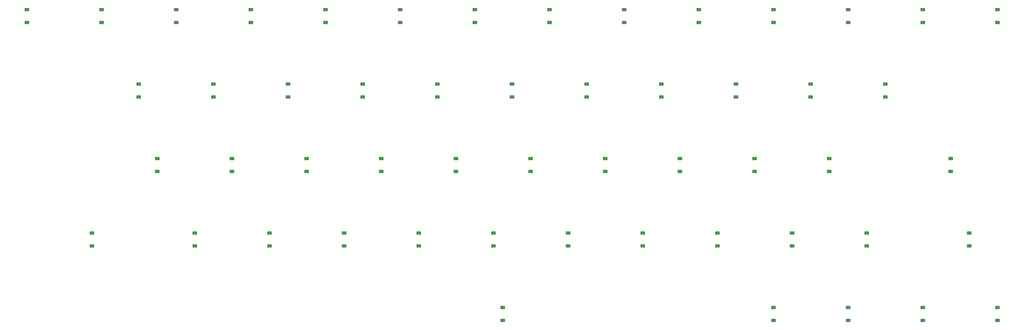
<source format=gbp>
%TF.GenerationSoftware,KiCad,Pcbnew,9.0.1*%
%TF.CreationDate,2025-06-03T04:36:32-05:00*%
%TF.ProjectId,coco2Keyboard,636f636f-324b-4657-9962-6f6172642e6b,rev?*%
%TF.SameCoordinates,Original*%
%TF.FileFunction,Paste,Bot*%
%TF.FilePolarity,Positive*%
%FSLAX46Y46*%
G04 Gerber Fmt 4.6, Leading zero omitted, Abs format (unit mm)*
G04 Created by KiCad (PCBNEW 9.0.1) date 2025-06-03 04:36:32*
%MOMM*%
%LPD*%
G01*
G04 APERTURE LIST*
G04 Aperture macros list*
%AMRoundRect*
0 Rectangle with rounded corners*
0 $1 Rounding radius*
0 $2 $3 $4 $5 $6 $7 $8 $9 X,Y pos of 4 corners*
0 Add a 4 corners polygon primitive as box body*
4,1,4,$2,$3,$4,$5,$6,$7,$8,$9,$2,$3,0*
0 Add four circle primitives for the rounded corners*
1,1,$1+$1,$2,$3*
1,1,$1+$1,$4,$5*
1,1,$1+$1,$6,$7*
1,1,$1+$1,$8,$9*
0 Add four rect primitives between the rounded corners*
20,1,$1+$1,$2,$3,$4,$5,0*
20,1,$1+$1,$4,$5,$6,$7,0*
20,1,$1+$1,$6,$7,$8,$9,0*
20,1,$1+$1,$8,$9,$2,$3,0*%
G04 Aperture macros list end*
%ADD10RoundRect,0.225000X0.375000X-0.225000X0.375000X0.225000X-0.375000X0.225000X-0.375000X-0.225000X0*%
G04 APERTURE END LIST*
D10*
%TO.C,D30*%
X258076300Y-129960000D03*
X258076300Y-126660000D03*
%TD*%
%TO.C,D31*%
X219976300Y-129960000D03*
X219976300Y-126660000D03*
%TD*%
%TO.C,D41*%
X162826300Y-53760000D03*
X162826300Y-50460000D03*
%TD*%
%TO.C,D34*%
X219976300Y-53760000D03*
X219976300Y-50460000D03*
%TD*%
%TO.C,D6*%
X96151300Y-72810000D03*
X96151300Y-69510000D03*
%TD*%
%TO.C,D12*%
X196163800Y-91860000D03*
X196163800Y-88560000D03*
%TD*%
%TO.C,D43*%
X200926300Y-53760000D03*
X200926300Y-50460000D03*
%TD*%
%TO.C,D32*%
X277126300Y-129960000D03*
X277126300Y-126660000D03*
%TD*%
%TO.C,D45*%
X234263800Y-91860000D03*
X234263800Y-88560000D03*
%TD*%
%TO.C,D46*%
X205688800Y-110910000D03*
X205688800Y-107610000D03*
%TD*%
%TO.C,D10*%
X191401300Y-72810000D03*
X191401300Y-69510000D03*
%TD*%
%TO.C,D17*%
X229501300Y-72810000D03*
X229501300Y-69510000D03*
%TD*%
%TO.C,D2*%
X62813800Y-91860000D03*
X62813800Y-88560000D03*
%TD*%
%TO.C,D21*%
X134251300Y-72810000D03*
X134251300Y-69510000D03*
%TD*%
%TO.C,D4*%
X110438800Y-110910000D03*
X110438800Y-107610000D03*
%TD*%
%TO.C,D13*%
X215213800Y-91860000D03*
X215213800Y-88560000D03*
%TD*%
%TO.C,D3*%
X148538800Y-110910000D03*
X148538800Y-107610000D03*
%TD*%
%TO.C,D19*%
X115201300Y-72810000D03*
X115201300Y-69510000D03*
%TD*%
%TO.C,D11*%
X177113800Y-91860000D03*
X177113800Y-88560000D03*
%TD*%
%TO.C,D22*%
X172351300Y-72810000D03*
X172351300Y-69510000D03*
%TD*%
%TO.C,D16*%
X210451300Y-72810000D03*
X210451300Y-69510000D03*
%TD*%
%TO.C,D42*%
X181876300Y-53760000D03*
X181876300Y-50460000D03*
%TD*%
%TO.C,D53*%
X46145000Y-110910000D03*
X46145000Y-107610000D03*
%TD*%
%TO.C,D39*%
X124726300Y-53760000D03*
X124726300Y-50460000D03*
%TD*%
%TO.C,D47*%
X258076300Y-53760000D03*
X258076300Y-50460000D03*
%TD*%
%TO.C,D25*%
X91388800Y-110910000D03*
X91388800Y-107610000D03*
%TD*%
%TO.C,D29*%
X239026300Y-129960000D03*
X239026300Y-126660000D03*
%TD*%
%TO.C,D1*%
X248551300Y-72810000D03*
X248551300Y-69510000D03*
%TD*%
%TO.C,D23*%
X129488800Y-110910000D03*
X129488800Y-107610000D03*
%TD*%
%TO.C,D33*%
X150920000Y-129960000D03*
X150920000Y-126660000D03*
%TD*%
%TO.C,D8*%
X139013800Y-91860000D03*
X139013800Y-88560000D03*
%TD*%
%TO.C,D35*%
X48526300Y-53760000D03*
X48526300Y-50460000D03*
%TD*%
%TO.C,D48*%
X224738800Y-110910000D03*
X224738800Y-107610000D03*
%TD*%
%TO.C,D9*%
X158063800Y-91860000D03*
X158063800Y-88560000D03*
%TD*%
%TO.C,D38*%
X105676300Y-53760000D03*
X105676300Y-50460000D03*
%TD*%
%TO.C,D52*%
X29476300Y-53760000D03*
X29476300Y-50460000D03*
%TD*%
%TO.C,D20*%
X81863800Y-91860000D03*
X81863800Y-88560000D03*
%TD*%
%TO.C,D28*%
X72338800Y-110910000D03*
X72338800Y-107610000D03*
%TD*%
%TO.C,D40*%
X143776300Y-53760000D03*
X143776300Y-50460000D03*
%TD*%
%TO.C,D27*%
X153301300Y-72810000D03*
X153301300Y-69510000D03*
%TD*%
%TO.C,D50*%
X265220000Y-91860000D03*
X265220000Y-88560000D03*
%TD*%
%TO.C,D51*%
X277126300Y-53760000D03*
X277126300Y-50460000D03*
%TD*%
%TO.C,D7*%
X119963800Y-91860000D03*
X119963800Y-88560000D03*
%TD*%
%TO.C,D15*%
X167588800Y-110910000D03*
X167588800Y-107610000D03*
%TD*%
%TO.C,D14*%
X186638800Y-110910000D03*
X186638800Y-107610000D03*
%TD*%
%TO.C,D24*%
X77101300Y-72810000D03*
X77101300Y-69510000D03*
%TD*%
%TO.C,D5*%
X100913800Y-91860000D03*
X100913800Y-88560000D03*
%TD*%
%TO.C,D36*%
X67576300Y-53760000D03*
X67576300Y-50460000D03*
%TD*%
%TO.C,D49*%
X243788800Y-110910000D03*
X243788800Y-107610000D03*
%TD*%
%TO.C,D54*%
X269982500Y-110910000D03*
X269982500Y-107610000D03*
%TD*%
%TO.C,D44*%
X239026300Y-53760000D03*
X239026300Y-50460000D03*
%TD*%
%TO.C,D18*%
X58051300Y-72810000D03*
X58051300Y-69510000D03*
%TD*%
%TO.C,D37*%
X86626300Y-53760000D03*
X86626300Y-50460000D03*
%TD*%
M02*

</source>
